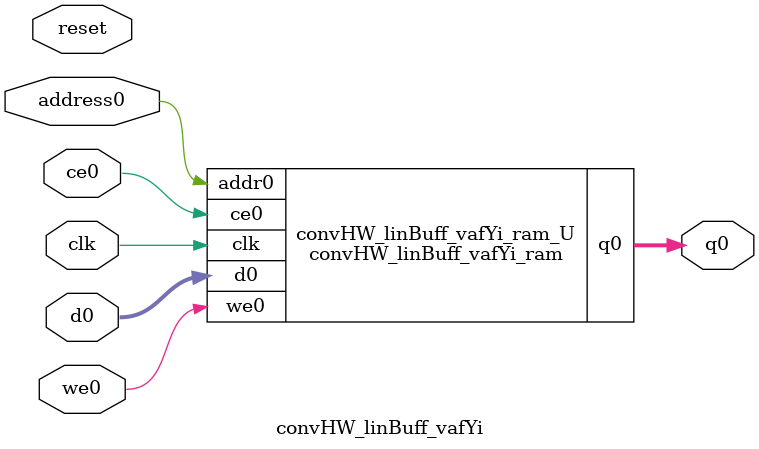
<source format=v>

`timescale 1 ns / 1 ps
module convHW_linBuff_vafYi_ram (addr0, ce0, d0, we0, q0,  clk);

parameter DWIDTH = 128;
parameter AWIDTH = 1;
parameter MEM_SIZE = 2;

input[AWIDTH-1:0] addr0;
input ce0;
input[DWIDTH-1:0] d0;
input we0;
output reg[DWIDTH-1:0] q0;
input clk;

(* ram_style = "distributed" *)reg [DWIDTH-1:0] ram[0:MEM_SIZE-1];




always @(posedge clk)  
begin 
    if (ce0) 
    begin
        if (we0) 
        begin 
            ram[addr0] <= d0; 
            q0 <= d0;
        end 
        else 
            q0 <= ram[addr0];
    end
end


endmodule


`timescale 1 ns / 1 ps
module convHW_linBuff_vafYi(
    reset,
    clk,
    address0,
    ce0,
    we0,
    d0,
    q0);

parameter DataWidth = 32'd128;
parameter AddressRange = 32'd2;
parameter AddressWidth = 32'd1;
input reset;
input clk;
input[AddressWidth - 1:0] address0;
input ce0;
input we0;
input[DataWidth - 1:0] d0;
output[DataWidth - 1:0] q0;



convHW_linBuff_vafYi_ram convHW_linBuff_vafYi_ram_U(
    .clk( clk ),
    .addr0( address0 ),
    .ce0( ce0 ),
    .d0( d0 ),
    .we0( we0 ),
    .q0( q0 ));

endmodule


</source>
